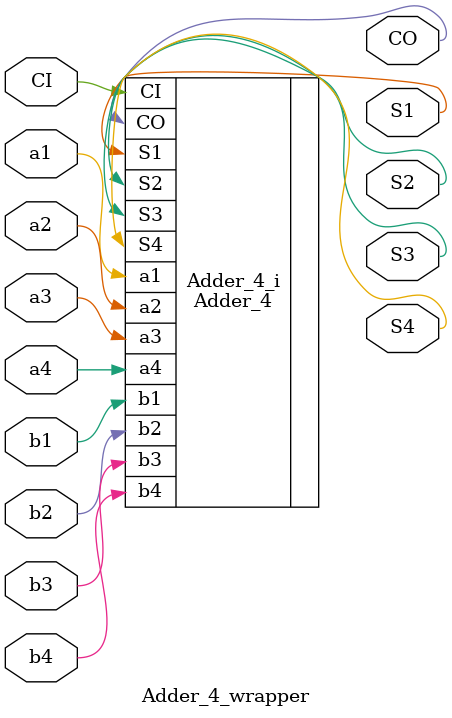
<source format=v>
`timescale 1 ps / 1 ps

module Adder_4_wrapper
   (CI,
    CO,
    S1,
    S2,
    S3,
    S4,
    a1,
    a2,
    a3,
    a4,
    b1,
    b2,
    b3,
    b4);
  input CI;
  output CO;
  output S1;
  output S2;
  output S3;
  output S4;
  input a1;
  input a2;
  input a3;
  input a4;
  input b1;
  input b2;
  input b3;
  input b4;

  wire CI;
  wire CO;
  wire S1;
  wire S2;
  wire S3;
  wire S4;
  wire a1;
  wire a2;
  wire a3;
  wire a4;
  wire b1;
  wire b2;
  wire b3;
  wire b4;

  Adder_4 Adder_4_i
       (.CI(CI),
        .CO(CO),
        .S1(S1),
        .S2(S2),
        .S3(S3),
        .S4(S4),
        .a1(a1),
        .a2(a2),
        .a3(a3),
        .a4(a4),
        .b1(b1),
        .b2(b2),
        .b3(b3),
        .b4(b4));
endmodule

</source>
